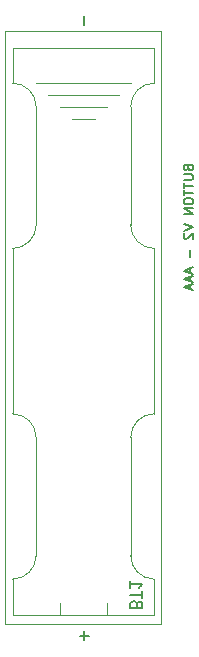
<source format=gbr>
G04 #@! TF.GenerationSoftware,KiCad,Pcbnew,(5.1.9)-1*
G04 #@! TF.CreationDate,2021-03-01T14:11:43+01:00*
G04 #@! TF.ProjectId,button - AAA,62757474-6f6e-4202-9d20-4141412e6b69,rev?*
G04 #@! TF.SameCoordinates,Original*
G04 #@! TF.FileFunction,Legend,Bot*
G04 #@! TF.FilePolarity,Positive*
%FSLAX46Y46*%
G04 Gerber Fmt 4.6, Leading zero omitted, Abs format (unit mm)*
G04 Created by KiCad (PCBNEW (5.1.9)-1) date 2021-03-01 14:11:43*
%MOMM*%
%LPD*%
G01*
G04 APERTURE LIST*
%ADD10C,0.150000*%
%ADD11C,0.120000*%
G04 APERTURE END LIST*
D10*
X135662857Y-72758571D02*
X135700952Y-72872857D01*
X135739047Y-72910952D01*
X135815238Y-72949047D01*
X135929523Y-72949047D01*
X136005714Y-72910952D01*
X136043809Y-72872857D01*
X136081904Y-72796666D01*
X136081904Y-72491904D01*
X135281904Y-72491904D01*
X135281904Y-72758571D01*
X135320000Y-72834761D01*
X135358095Y-72872857D01*
X135434285Y-72910952D01*
X135510476Y-72910952D01*
X135586666Y-72872857D01*
X135624761Y-72834761D01*
X135662857Y-72758571D01*
X135662857Y-72491904D01*
X135281904Y-73291904D02*
X135929523Y-73291904D01*
X136005714Y-73330000D01*
X136043809Y-73368095D01*
X136081904Y-73444285D01*
X136081904Y-73596666D01*
X136043809Y-73672857D01*
X136005714Y-73710952D01*
X135929523Y-73749047D01*
X135281904Y-73749047D01*
X135281904Y-74015714D02*
X135281904Y-74472857D01*
X136081904Y-74244285D02*
X135281904Y-74244285D01*
X135281904Y-74625238D02*
X135281904Y-75082380D01*
X136081904Y-74853809D02*
X135281904Y-74853809D01*
X135281904Y-75501428D02*
X135281904Y-75653809D01*
X135320000Y-75730000D01*
X135396190Y-75806190D01*
X135548571Y-75844285D01*
X135815238Y-75844285D01*
X135967619Y-75806190D01*
X136043809Y-75730000D01*
X136081904Y-75653809D01*
X136081904Y-75501428D01*
X136043809Y-75425238D01*
X135967619Y-75349047D01*
X135815238Y-75310952D01*
X135548571Y-75310952D01*
X135396190Y-75349047D01*
X135320000Y-75425238D01*
X135281904Y-75501428D01*
X136081904Y-76187142D02*
X135281904Y-76187142D01*
X136081904Y-76644285D01*
X135281904Y-76644285D01*
X135281904Y-77520476D02*
X136081904Y-77787142D01*
X135281904Y-78053809D01*
X135358095Y-78282380D02*
X135320000Y-78320476D01*
X135281904Y-78396666D01*
X135281904Y-78587142D01*
X135320000Y-78663333D01*
X135358095Y-78701428D01*
X135434285Y-78739523D01*
X135510476Y-78739523D01*
X135624761Y-78701428D01*
X136081904Y-78244285D01*
X136081904Y-78739523D01*
X135777142Y-79691904D02*
X135777142Y-80301428D01*
X135853333Y-81253809D02*
X135853333Y-81634761D01*
X136081904Y-81177619D02*
X135281904Y-81444285D01*
X136081904Y-81710952D01*
X135853333Y-81939523D02*
X135853333Y-82320476D01*
X136081904Y-81863333D02*
X135281904Y-82130000D01*
X136081904Y-82396666D01*
X135853333Y-82625238D02*
X135853333Y-83006190D01*
X136081904Y-82549047D02*
X135281904Y-82815714D01*
X136081904Y-83082380D01*
D11*
G04 #@! TO.C,BT1*
X120190000Y-61170000D02*
X133390000Y-61170000D01*
X120190000Y-111370000D02*
X120190000Y-61170000D01*
X133390000Y-111370000D02*
X120190000Y-111370000D01*
X133390000Y-61170000D02*
X133390000Y-111370000D01*
X127790000Y-68570000D02*
X125790000Y-68570000D01*
X128790000Y-67570000D02*
X124790000Y-67570000D01*
X123790000Y-66570000D02*
X129790000Y-66570000D01*
X130790000Y-65570000D02*
X122790000Y-65570000D01*
X128790000Y-110570000D02*
X128790000Y-109570000D01*
X124790000Y-109570000D02*
X124790000Y-110570000D01*
X120790000Y-93570000D02*
X120790000Y-79570000D01*
X132790000Y-79570000D02*
X132790000Y-93570000D01*
X122790000Y-105570000D02*
X122790000Y-95570000D01*
X130790000Y-105570000D02*
X130790000Y-95570000D01*
X130790000Y-67570000D02*
X130790000Y-77570000D01*
X122790000Y-67570000D02*
X122790000Y-77570000D01*
X132790000Y-110570000D02*
X132790000Y-107570000D01*
X132790000Y-110570000D02*
X120790000Y-110570000D01*
X120790000Y-110570000D02*
X120790000Y-107570000D01*
X132790000Y-62570000D02*
X132790000Y-65570000D01*
X132790000Y-62570000D02*
X120790000Y-62570000D01*
X120790000Y-62570000D02*
X120790000Y-65570000D01*
X132790000Y-107570000D02*
G75*
G02*
X130790000Y-105570000I0J2000000D01*
G01*
X130790000Y-67570000D02*
G75*
G02*
X132790000Y-65570000I2000000J0D01*
G01*
X120790000Y-65570000D02*
G75*
G02*
X122790000Y-67570000I0J-2000000D01*
G01*
X122790000Y-105570000D02*
G75*
G02*
X120790000Y-107570000I-2000000J0D01*
G01*
X122790000Y-77570000D02*
G75*
G02*
X120790000Y-79570000I-2000000J0D01*
G01*
X120790000Y-93570000D02*
G75*
G02*
X122790000Y-95570000I0J-2000000D01*
G01*
X130790000Y-95570000D02*
G75*
G02*
X132790000Y-93570000I2000000J0D01*
G01*
X132790000Y-79570000D02*
G75*
G02*
X130790000Y-77570000I0J2000000D01*
G01*
D10*
X131296428Y-109685714D02*
X131248809Y-109542857D01*
X131201190Y-109495238D01*
X131105952Y-109447619D01*
X130963095Y-109447619D01*
X130867857Y-109495238D01*
X130820238Y-109542857D01*
X130772619Y-109638095D01*
X130772619Y-110019047D01*
X131772619Y-110019047D01*
X131772619Y-109685714D01*
X131725000Y-109590476D01*
X131677380Y-109542857D01*
X131582142Y-109495238D01*
X131486904Y-109495238D01*
X131391666Y-109542857D01*
X131344047Y-109590476D01*
X131296428Y-109685714D01*
X131296428Y-110019047D01*
X131772619Y-109161904D02*
X131772619Y-108590476D01*
X130772619Y-108876190D02*
X131772619Y-108876190D01*
X130772619Y-107733333D02*
X130772619Y-108304761D01*
X130772619Y-108019047D02*
X131772619Y-108019047D01*
X131629761Y-108114285D01*
X131534523Y-108209523D01*
X131486904Y-108304761D01*
X126861428Y-111999047D02*
X126861428Y-112760952D01*
X127242380Y-112380000D02*
X126480476Y-112380000D01*
X126861428Y-59929047D02*
X126861428Y-60690952D01*
G04 #@! TD*
M02*

</source>
